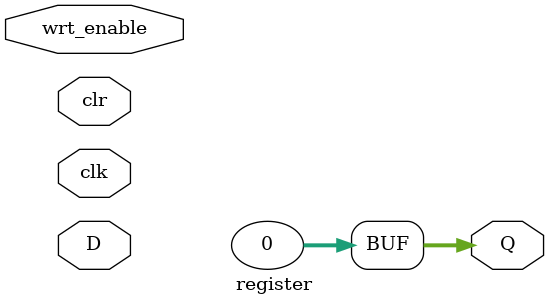
<source format=v>
module register(input wire clr, clk, wrt_enable, input wire [31:0] D, output reg [31:0] Q); // D: input data, Q: output data, wrt_enable: R1in
	
	always @(posedge clk) begin
		if(wrt_enable)
			Q <= D;
	end
	
	always @(clr) begin
		Q <= 0;
	end
endmodule
</source>
